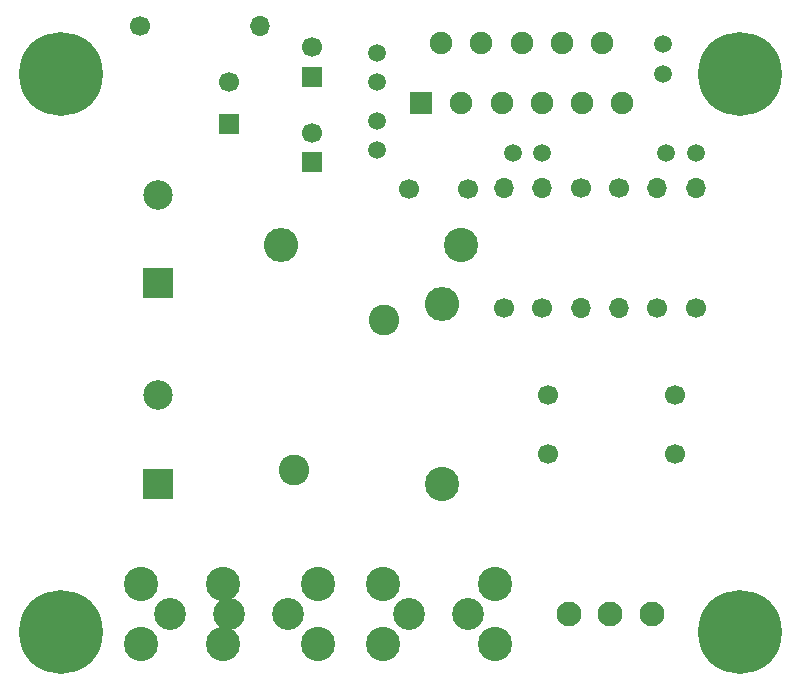
<source format=gbr>
%TF.GenerationSoftware,KiCad,Pcbnew,(5.1.6-0)*%
%TF.CreationDate,2023-05-05T14:03:50-07:00*%
%TF.ProjectId,LM3886-bal-tht,4c4d3338-3836-42d6-9261-6c2d7468742e,rev?*%
%TF.SameCoordinates,Original*%
%TF.FileFunction,Soldermask,Bot*%
%TF.FilePolarity,Negative*%
%FSLAX46Y46*%
G04 Gerber Fmt 4.6, Leading zero omitted, Abs format (unit mm)*
G04 Created by KiCad (PCBNEW (5.1.6-0)) date 2023-05-05 14:03:50*
%MOMM*%
%LPD*%
G01*
G04 APERTURE LIST*
%ADD10C,1.700000*%
%ADD11O,2.900000X2.900000*%
%ADD12C,2.900000*%
%ADD13C,1.500000*%
%ADD14O,1.700000X1.700000*%
%ADD15C,2.600000*%
%ADD16C,2.700000*%
%ADD17C,2.100000*%
%ADD18C,0.900000*%
%ADD19C,7.100000*%
%ADD20R,1.700000X1.700000*%
%ADD21C,2.500000*%
%ADD22R,2.500000X2.500000*%
%ADD23O,1.900000X1.900000*%
%ADD24R,1.900000X1.900000*%
G04 APERTURE END LIST*
D10*
%TO.C,C11*%
X115750000Y-68750000D03*
X110750000Y-68750000D03*
%TD*%
D11*
%TO.C,R9*%
X113500000Y-78510000D03*
D12*
X113500000Y-93750000D03*
%TD*%
D11*
%TO.C,R8*%
X99910000Y-73500000D03*
D12*
X115150000Y-73500000D03*
%TD*%
D13*
%TO.C,C1*%
X132250000Y-56500000D03*
X132250000Y-59000000D03*
%TD*%
D14*
%TO.C,R7*%
X98080000Y-55000000D03*
D10*
X87920000Y-55000000D03*
%TD*%
D14*
%TO.C,R6*%
X118750000Y-68670000D03*
D10*
X118750000Y-78830000D03*
%TD*%
D14*
%TO.C,R5*%
X122000000Y-68670000D03*
D10*
X122000000Y-78830000D03*
%TD*%
D14*
%TO.C,R4*%
X131750000Y-68670000D03*
D10*
X131750000Y-78830000D03*
%TD*%
D14*
%TO.C,R3*%
X135000000Y-68670000D03*
D10*
X135000000Y-78830000D03*
%TD*%
D14*
%TO.C,R2*%
X125250000Y-78830000D03*
D10*
X125250000Y-68670000D03*
%TD*%
D14*
%TO.C,R1*%
X128500000Y-78830000D03*
D10*
X128500000Y-68670000D03*
%TD*%
D13*
%TO.C,C9*%
X108000000Y-57250000D03*
X108000000Y-59750000D03*
%TD*%
%TO.C,C8*%
X108000000Y-63000000D03*
X108000000Y-65500000D03*
%TD*%
%TO.C,C5*%
X122000000Y-65750000D03*
X119500000Y-65750000D03*
%TD*%
%TO.C,C4*%
X135000000Y-65750000D03*
X132500000Y-65750000D03*
%TD*%
D12*
%TO.C,J8*%
X118000000Y-102210000D03*
X118000000Y-107290000D03*
%TD*%
%TO.C,J7*%
X108500000Y-102210000D03*
X108500000Y-107290000D03*
%TD*%
%TO.C,J6*%
X103000000Y-102210000D03*
X103000000Y-107290000D03*
%TD*%
%TO.C,J5*%
X95000000Y-102210000D03*
X95000000Y-107290000D03*
%TD*%
%TO.C,J4*%
X88000000Y-102210000D03*
X88000000Y-107290000D03*
%TD*%
D15*
%TO.C,L1*%
X100940000Y-92600000D03*
X108560000Y-79900000D03*
%TD*%
D16*
%TO.C,J3*%
X100500000Y-104750000D03*
X95500000Y-104750000D03*
X90500000Y-104750000D03*
%TD*%
%TO.C,J2*%
X115750000Y-104750000D03*
X110750000Y-104750000D03*
%TD*%
D17*
%TO.C,J1*%
X131250000Y-104750000D03*
X127750000Y-104750000D03*
X124250000Y-104750000D03*
%TD*%
D18*
%TO.C,H4*%
X140606155Y-104393845D03*
X138750000Y-103625000D03*
X136893845Y-104393845D03*
X136125000Y-106250000D03*
X136893845Y-108106155D03*
X138750000Y-108875000D03*
X140606155Y-108106155D03*
X141375000Y-106250000D03*
D19*
X138750000Y-106250000D03*
%TD*%
D18*
%TO.C,H3*%
X140606155Y-57143845D03*
X138750000Y-56375000D03*
X136893845Y-57143845D03*
X136125000Y-59000000D03*
X136893845Y-60856155D03*
X138750000Y-61625000D03*
X140606155Y-60856155D03*
X141375000Y-59000000D03*
D19*
X138750000Y-59000000D03*
%TD*%
D18*
%TO.C,H2*%
X83106155Y-104393845D03*
X81250000Y-103625000D03*
X79393845Y-104393845D03*
X78625000Y-106250000D03*
X79393845Y-108106155D03*
X81250000Y-108875000D03*
X83106155Y-108106155D03*
X83875000Y-106250000D03*
D19*
X81250000Y-106250000D03*
%TD*%
D18*
%TO.C,H1*%
X83106155Y-57143845D03*
X81250000Y-56375000D03*
X79393845Y-57143845D03*
X78625000Y-59000000D03*
X79393845Y-60856155D03*
X81250000Y-61625000D03*
X83106155Y-60856155D03*
X83875000Y-59000000D03*
D19*
X81250000Y-59000000D03*
%TD*%
D10*
%TO.C,C13*%
X122500000Y-86250000D03*
X122500000Y-91250000D03*
%TD*%
%TO.C,C12*%
X133250000Y-86250000D03*
X133250000Y-91250000D03*
%TD*%
%TO.C,C10*%
X95500000Y-59750000D03*
D20*
X95500000Y-63250000D03*
%TD*%
D10*
%TO.C,C7*%
X102500000Y-56750000D03*
D20*
X102500000Y-59250000D03*
%TD*%
D10*
%TO.C,C6*%
X102500000Y-64000000D03*
D20*
X102500000Y-66500000D03*
%TD*%
D21*
%TO.C,C3*%
X89500000Y-69250000D03*
D22*
X89500000Y-76750000D03*
%TD*%
D21*
%TO.C,C2*%
X89500000Y-86250000D03*
D22*
X89500000Y-93750000D03*
%TD*%
D23*
%TO.C,U1*%
X128750000Y-61500000D03*
X127050000Y-56420000D03*
X125350000Y-61500000D03*
X123650000Y-56420000D03*
X121950000Y-61500000D03*
X120250000Y-56420000D03*
X118550000Y-61500000D03*
X116850000Y-56420000D03*
X115150000Y-61500000D03*
X113450000Y-56420000D03*
D24*
X111750000Y-61500000D03*
%TD*%
M02*

</source>
